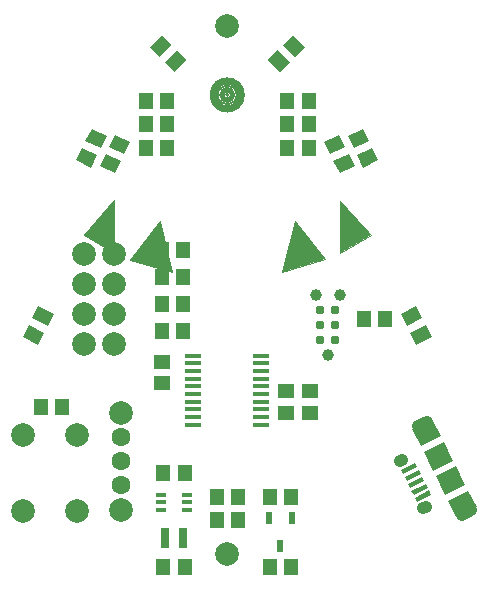
<source format=gts>
G04 #@! TF.FileFunction,Soldermask,Top*
%FSLAX46Y46*%
G04 Gerber Fmt 4.6, Leading zero omitted, Abs format (unit mm)*
G04 Created by KiCad (PCBNEW 4.0.2+e4-6225~38~ubuntu14.04.1-stable) date Wed 26 Oct 2016 16:13:24 BST*
%MOMM*%
G01*
G04 APERTURE LIST*
%ADD10C,0.100000*%
%ADD11C,0.200000*%
%ADD12C,2.000000*%
%ADD13C,1.600000*%
%ADD14R,1.150000X1.450000*%
%ADD15R,1.450000X1.150000*%
%ADD16R,0.800000X1.700000*%
%ADD17C,1.000000*%
%ADD18R,0.950000X0.400000*%
%ADD19R,0.600000X1.000000*%
%ADD20C,0.787000*%
%ADD21C,1.000000*%
%ADD22R,1.350000X0.450000*%
G04 APERTURE END LIST*
D10*
D11*
X130100000Y-93500000D02*
G75*
G03X130100000Y-93500000I-100000J0D01*
G01*
X130300000Y-93500000D02*
G75*
G03X130300000Y-93500000I-300000J0D01*
G01*
X130452769Y-93500000D02*
G75*
G03X130452769Y-93500000I-452769J0D01*
G01*
X130600000Y-93500000D02*
G75*
G03X130600000Y-93500000I-600000J0D01*
G01*
X130800000Y-93500000D02*
G75*
G03X130800000Y-93500000I-800000J0D01*
G01*
X130950000Y-93500000D02*
G75*
G03X130950000Y-93500000I-950000J0D01*
G01*
X131100000Y-93500000D02*
G75*
G03X131100000Y-93500000I-1100000J0D01*
G01*
X131250000Y-93500000D02*
G75*
G03X131250000Y-93500000I-1250000J0D01*
G01*
X131408013Y-93500000D02*
G75*
G03X131408013Y-93500000I-1408013J0D01*
G01*
D12*
X117860000Y-106980000D03*
X117860000Y-109520000D03*
X117860000Y-112060000D03*
X117860000Y-114600000D03*
X120400000Y-114600000D03*
X120400000Y-112060000D03*
X120400000Y-109520000D03*
X120400000Y-106980000D03*
X112750000Y-128750000D03*
X117250000Y-128750000D03*
X117250000Y-122250000D03*
X112750000Y-122250000D03*
X130000000Y-87650000D03*
X130000000Y-132350000D03*
D13*
X121000000Y-124500000D03*
X121000000Y-126500000D03*
X121000000Y-122500000D03*
D12*
X121000000Y-120400000D03*
X121000000Y-128600000D03*
D14*
X130900000Y-127500000D03*
X129100000Y-127500000D03*
X124900000Y-98000000D03*
X123100000Y-98000000D03*
X114200000Y-119900000D03*
X116000000Y-119900000D03*
X124900000Y-96000000D03*
X123100000Y-96000000D03*
X123100000Y-94000000D03*
X124900000Y-94000000D03*
X141600000Y-112500000D03*
X143400000Y-112500000D03*
X136900000Y-94000000D03*
X135100000Y-94000000D03*
X135100000Y-96000000D03*
X136900000Y-96000000D03*
X136900000Y-98000000D03*
X135100000Y-98000000D03*
X130900000Y-129500000D03*
X129100000Y-129500000D03*
X124500000Y-106600000D03*
X126300000Y-106600000D03*
X124600000Y-125500000D03*
X126400000Y-125500000D03*
X135400000Y-127500000D03*
X133600000Y-127500000D03*
X133600000Y-133500000D03*
X135400000Y-133500000D03*
X124600000Y-133500000D03*
X126400000Y-133500000D03*
D15*
X124500000Y-116100000D03*
X124500000Y-117900000D03*
X137000000Y-118600000D03*
X137000000Y-120400000D03*
X135000000Y-120400000D03*
X135000000Y-118600000D03*
D10*
G36*
X119293783Y-98034025D02*
X117997260Y-97384774D01*
X118512183Y-96356497D01*
X119808706Y-97005748D01*
X119293783Y-98034025D01*
X119293783Y-98034025D01*
G37*
G36*
X118487817Y-99643503D02*
X117191294Y-98994252D01*
X117706217Y-97965975D01*
X119002740Y-98615226D01*
X118487817Y-99643503D01*
X118487817Y-99643503D01*
G37*
G36*
X140808706Y-99494252D02*
X139512183Y-100143503D01*
X138997260Y-99115226D01*
X140293783Y-98465975D01*
X140808706Y-99494252D01*
X140808706Y-99494252D01*
G37*
G36*
X140002740Y-97884774D02*
X138706217Y-98534025D01*
X138191294Y-97505748D01*
X139487817Y-96856497D01*
X140002740Y-97884774D01*
X140002740Y-97884774D01*
G37*
G36*
X142002740Y-97384774D02*
X140706217Y-98034025D01*
X140191294Y-97005748D01*
X141487817Y-96356497D01*
X142002740Y-97384774D01*
X142002740Y-97384774D01*
G37*
G36*
X142808706Y-98994252D02*
X141512183Y-99643503D01*
X140997260Y-98615226D01*
X142293783Y-97965975D01*
X142808706Y-98994252D01*
X142808706Y-98994252D01*
G37*
G36*
X135530330Y-88444365D02*
X136555635Y-89469670D01*
X135742462Y-90282843D01*
X134717157Y-89257538D01*
X135530330Y-88444365D01*
X135530330Y-88444365D01*
G37*
G36*
X134257538Y-89717157D02*
X135282843Y-90742462D01*
X134469670Y-91555635D01*
X133444365Y-90530330D01*
X134257538Y-89717157D01*
X134257538Y-89717157D01*
G37*
G36*
X146502740Y-112384774D02*
X145206217Y-113034025D01*
X144691294Y-112005748D01*
X145987817Y-111356497D01*
X146502740Y-112384774D01*
X146502740Y-112384774D01*
G37*
G36*
X147308706Y-113994252D02*
X146012183Y-114643503D01*
X145497260Y-113615226D01*
X146793783Y-112965975D01*
X147308706Y-113994252D01*
X147308706Y-113994252D01*
G37*
G36*
X120487817Y-100143503D02*
X119191294Y-99494252D01*
X119706217Y-98465975D01*
X121002740Y-99115226D01*
X120487817Y-100143503D01*
X120487817Y-100143503D01*
G37*
G36*
X121293783Y-98534025D02*
X119997260Y-97884774D01*
X120512183Y-96856497D01*
X121808706Y-97505748D01*
X121293783Y-98534025D01*
X121293783Y-98534025D01*
G37*
G36*
X113206217Y-112965975D02*
X114502740Y-113615226D01*
X113987817Y-114643503D01*
X112691294Y-113994252D01*
X113206217Y-112965975D01*
X113206217Y-112965975D01*
G37*
G36*
X114012183Y-111356497D02*
X115308706Y-112005748D01*
X114793783Y-113034025D01*
X113497260Y-112384774D01*
X114012183Y-111356497D01*
X114012183Y-111356497D01*
G37*
G36*
X123444365Y-89469670D02*
X124469670Y-88444365D01*
X125282843Y-89257538D01*
X124257538Y-90282843D01*
X123444365Y-89469670D01*
X123444365Y-89469670D01*
G37*
G36*
X124717157Y-90742462D02*
X125742462Y-89717157D01*
X126555635Y-90530330D01*
X125530330Y-91555635D01*
X124717157Y-90742462D01*
X124717157Y-90742462D01*
G37*
D16*
X126250000Y-131000000D03*
X124750000Y-131000000D03*
D10*
G36*
X146693106Y-126176593D02*
X145485998Y-126781068D01*
X145306894Y-126423407D01*
X146514002Y-125818932D01*
X146693106Y-126176593D01*
X146693106Y-126176593D01*
G37*
G36*
X146402063Y-125595392D02*
X145194955Y-126199867D01*
X145015851Y-125842206D01*
X146222959Y-125237731D01*
X146402063Y-125595392D01*
X146402063Y-125595392D01*
G37*
G36*
X146984150Y-126757793D02*
X145777042Y-127362268D01*
X145597938Y-127004607D01*
X146805046Y-126400132D01*
X146984150Y-126757793D01*
X146984150Y-126757793D01*
G37*
G36*
X147275193Y-127338993D02*
X146068085Y-127943468D01*
X145888981Y-127585807D01*
X147096089Y-126981332D01*
X147275193Y-127338993D01*
X147275193Y-127338993D01*
G37*
G36*
X146111020Y-125014192D02*
X144903912Y-125618667D01*
X144724808Y-125261006D01*
X145931916Y-124656531D01*
X146111020Y-125014192D01*
X146111020Y-125014192D01*
G37*
D17*
X144601367Y-124511998D02*
X144824905Y-124400058D01*
X146593895Y-128490984D02*
X146817433Y-128379044D01*
D10*
G36*
X149129370Y-124453335D02*
X147430477Y-125304077D01*
X146624510Y-123694599D01*
X148323403Y-122843857D01*
X149129370Y-124453335D01*
X149129370Y-124453335D01*
G37*
G36*
X150159216Y-126509889D02*
X148460323Y-127360631D01*
X147654356Y-125751153D01*
X149353249Y-124900411D01*
X150159216Y-126509889D01*
X150159216Y-126509889D01*
G37*
G36*
X148077136Y-122352072D02*
X146378243Y-123202815D01*
X145673022Y-121794522D01*
X147371915Y-120943779D01*
X148077136Y-122352072D01*
X148077136Y-122352072D01*
G37*
D17*
X146120100Y-121570642D02*
X146924838Y-121167658D01*
D10*
G36*
X151110704Y-128409966D02*
X149411811Y-129260709D01*
X148706590Y-127852416D01*
X150405483Y-127001673D01*
X151110704Y-128409966D01*
X151110704Y-128409966D01*
G37*
D17*
X149858888Y-129036830D02*
X150663626Y-128633846D01*
D18*
X126600000Y-128650000D03*
X126600000Y-128000000D03*
X126600000Y-127350000D03*
X124400000Y-127350000D03*
X124400000Y-128000000D03*
X124400000Y-128650000D03*
D19*
X135450000Y-129350000D03*
X133550000Y-129350000D03*
X134500000Y-131650000D03*
D20*
X139140000Y-114270000D03*
X137870000Y-114270000D03*
X139140000Y-113000000D03*
X137870000Y-113000000D03*
X139140000Y-111730000D03*
X137870000Y-111730000D03*
D21*
X138505000Y-115540000D03*
X139521000Y-110460000D03*
X137489000Y-110460000D03*
D22*
X127125000Y-115575000D03*
X127125000Y-116225000D03*
X127125000Y-116875000D03*
X127125000Y-117525000D03*
X127125000Y-118175000D03*
X127125000Y-118825000D03*
X127125000Y-119475000D03*
X127125000Y-120125000D03*
X127125000Y-120775000D03*
X127125000Y-121425000D03*
X132875000Y-121425000D03*
X132875000Y-120775000D03*
X132875000Y-120125000D03*
X132875000Y-119475000D03*
X132875000Y-118825000D03*
X132875000Y-118175000D03*
X132875000Y-117525000D03*
X132875000Y-116875000D03*
X132875000Y-116225000D03*
X132875000Y-115575000D03*
D14*
X124500000Y-113500000D03*
X126300000Y-113500000D03*
X124500000Y-108900000D03*
X126300000Y-108900000D03*
X124500000Y-111200000D03*
X126300000Y-111200000D03*
D10*
G36*
X120450000Y-106912250D02*
X117877122Y-105387582D01*
X120450000Y-102433536D01*
X120450000Y-106912250D01*
X120450000Y-106912250D01*
G37*
X120450000Y-106912250D02*
X117877122Y-105387582D01*
X120450000Y-102433536D01*
X120450000Y-106912250D01*
G36*
X125330744Y-108527247D02*
X121783786Y-107472746D01*
X124276243Y-104213379D01*
X125330744Y-108527247D01*
X125330744Y-108527247D01*
G37*
X125330744Y-108527247D02*
X121783786Y-107472746D01*
X124276243Y-104213379D01*
X125330744Y-108527247D01*
G36*
X138266090Y-107423434D02*
X134670497Y-108526083D01*
X135773145Y-104211371D01*
X138266090Y-107423434D01*
X138266090Y-107423434D01*
G37*
X138266090Y-107423434D02*
X134670497Y-108526083D01*
X135773145Y-104211371D01*
X138266090Y-107423434D01*
G36*
X142171049Y-105387104D02*
X139550000Y-106864422D01*
X139550000Y-102480122D01*
X142171049Y-105387104D01*
X142171049Y-105387104D01*
G37*
X142171049Y-105387104D02*
X139550000Y-106864422D01*
X139550000Y-102480122D01*
X142171049Y-105387104D01*
M02*

</source>
